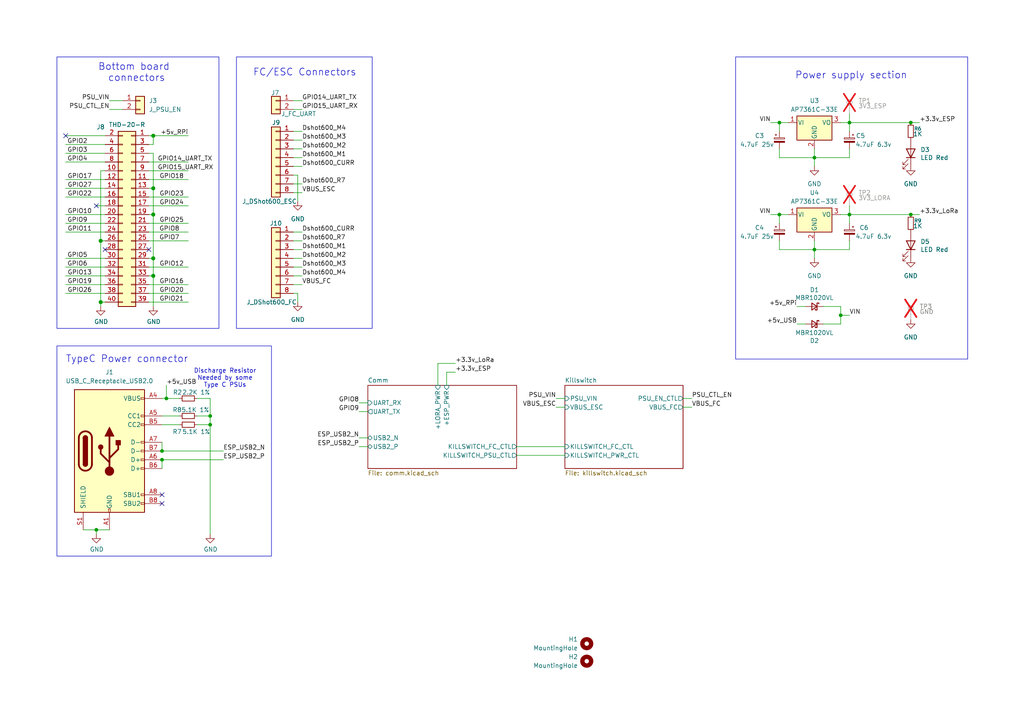
<source format=kicad_sch>
(kicad_sch (version 20250114) (generator "eeschema") (generator_version "9.0")
  (paper "A4")
  (lib_symbols
    (symbol "Connector:TestPoint" (pin_numbers (hide yes)) (pin_names (offset 0.762) (hide yes))
      (property "Reference" "TP" (at 0 6.858 0))
      (property "Value" "TestPoint" (at 0 5.08 0))
      (symbol "TestPoint_0_1"
        (circle (center 0 3.302) (radius 0.762))
      )
      (symbol "TestPoint_1_1"
        (pin passive line (at 0 0 90) (length 2.54) (name "1") (number "1"))
      )
    )
    (symbol "Connector:USB_C_Receptacle_USB2.0_16P" (pin_names (offset 1.016))
      (property "Reference" "J" (at 0 22.225 0))
      (property "Value" "USB_C_Receptacle_USB2.0_16P" (at 0 19.685 0))
      (symbol "USB_C_Receptacle_USB2.0_16P_0_0"
        (rectangle (start -0.254 -17.78) (end 0.254 -16.764))
        (rectangle (start 10.16 15.494) (end 9.144 14.986))
        (rectangle (start 10.16 10.414) (end 9.144 9.906))
        (rectangle (start 10.16 7.874) (end 9.144 7.366))
        (rectangle (start 10.16 2.794) (end 9.144 2.286))
        (rectangle (start 10.16 0.254) (end 9.144 -0.254))
        (rectangle (start 10.16 -2.286) (end 9.144 -2.794))
        (rectangle (start 10.16 -4.826) (end 9.144 -5.334))
        (rectangle (start 10.16 -12.446) (end 9.144 -12.954))
        (rectangle (start 10.16 -14.986) (end 9.144 -15.494))
      )
      (symbol "USB_C_Receptacle_USB2.0_16P_0_1"
        (rectangle (start -10.16 17.78) (end 10.16 -17.78) (stroke (width 0.254)) (fill (type background)))
        (polyline (pts (xy -8.89 -3.81) (xy -8.89 3.81)) (stroke (width 0.508)))
        (rectangle (start -7.62 -3.81) (end -6.35 3.81) (stroke (width 0.254)) (fill (type outline)))
        (arc (start -7.62 3.81) (mid -6.985 4.4423) (end -6.35 3.81) (stroke (width 0.254)))
        (arc (start -7.62 3.81) (mid -6.985 4.4423) (end -6.35 3.81) (stroke (width 0.254)) (fill (type outline)))
        (arc (start -8.89 3.81) (mid -6.985 5.7067) (end -5.08 3.81) (stroke (width 0.508)))
        (arc (start -5.08 -3.81) (mid -6.985 -5.7067) (end -8.89 -3.81) (stroke (width 0.508)))
        (arc (start -6.35 -3.81) (mid -6.985 -4.4423) (end -7.62 -3.81) (stroke (width 0.254)))
        (arc (start -6.35 -3.81) (mid -6.985 -4.4423) (end -7.62 -3.81) (stroke (width 0.254)) (fill (type outline)))
        (polyline (pts (xy -5.08 3.81) (xy -5.08 -3.81)) (stroke (width 0.508)))
        (circle (center -2.54 1.143) (radius 0.635) (stroke (width 0.254)) (fill (type outline)))
        (polyline (pts (xy -1.27 4.318) (xy 0 6.858) (xy 1.27 4.318) (xy -1.27 4.318)) (stroke (width 0.254)) (fill (type outline)))
        (polyline (pts (xy 0 -2.032) (xy 2.54 0.508) (xy 2.54 1.778)) (stroke (width 0.508)))
        (polyline (pts (xy 0 -3.302) (xy -2.54 -0.762) (xy -2.54 0.508)) (stroke (width 0.508)))
        (polyline (pts (xy 0 -5.842) (xy 0 4.318)) (stroke (width 0.508)))
        (circle (center 0 -5.842) (radius 1.27) (fill (type outline)))
        (rectangle (start 1.905 1.778) (end 3.175 3.048) (stroke (width 0.254)) (fill (type outline)))
      )
      (symbol "USB_C_Receptacle_USB2.0_16P_1_1"
        (pin passive line (at -7.62 -22.86 90) (length 5.08) (name "SHIELD") (number "S1"))
        (pin passive line (at 0 -22.86 90) (length 5.08) (name "GND") (number "A1"))
        (pin passive line (at 0 -22.86 90) (length 5.08) (hide yes) (name "GND") (number "A12"))
        (pin passive line (at 0 -22.86 90) (length 5.08) (hide yes) (name "GND") (number "B1"))
        (pin passive line (at 0 -22.86 90) (length 5.08) (hide yes) (name "GND") (number "B12"))
        (pin passive line (at 15.24 15.24 180) (length 5.08) (name "VBUS") (number "A4"))
        (pin passive line (at 15.24 15.24 180) (length 5.08) (hide yes) (name "VBUS") (number "A9"))
        (pin passive line (at 15.24 15.24 180) (length 5.08) (hide yes) (name "VBUS") (number "B4"))
        (pin passive line (at 15.24 15.24 180) (length 5.08) (hide yes) (name "VBUS") (number "B9"))
        (pin bidirectional line (at 15.24 10.16 180) (length 5.08) (name "CC1") (number "A5"))
        (pin bidirectional line (at 15.24 7.62 180) (length 5.08) (name "CC2") (number "B5"))
        (pin bidirectional line (at 15.24 2.54 180) (length 5.08) (name "D-") (number "A7"))
        (pin bidirectional line (at 15.24 0 180) (length 5.08) (name "D-") (number "B7"))
        (pin bidirectional line (at 15.24 -2.54 180) (length 5.08) (name "D+") (number "A6"))
        (pin bidirectional line (at 15.24 -5.08 180) (length 5.08) (name "D+") (number "B6"))
        (pin bidirectional line (at 15.24 -12.7 180) (length 5.08) (name "SBU1") (number "A8"))
        (pin bidirectional line (at 15.24 -15.24 180) (length 5.08) (name "SBU2") (number "B8"))
      )
    )
    (symbol "Connector_Generic:Conn_01x02" (pin_names (offset 1.016) (hide yes))
      (property "Reference" "J" (at 0 2.54 0))
      (property "Value" "Conn_01x02" (at 0 -5.08 0))
      (symbol "Conn_01x02_1_1"
        (rectangle (start -1.27 1.27) (end 1.27 -3.81) (stroke (width 0.254)) (fill (type background)))
        (rectangle (start -1.27 0.127) (end 0 -0.127) (stroke (width 0.1524)))
        (rectangle (start -1.27 -2.413) (end 0 -2.667) (stroke (width 0.1524)))
        (pin passive line (at -5.08 0 0) (length 3.81) (name "Pin_1") (number "1"))
        (pin passive line (at -5.08 -2.54 0) (length 3.81) (name "Pin_2") (number "2"))
      )
    )
    (symbol "Connector_Generic:Conn_01x08" (pin_names (offset 1.016) (hide yes))
      (property "Reference" "J" (at 0 10.16 0))
      (property "Value" "Conn_01x08" (at 0 -12.7 0))
      (symbol "Conn_01x08_1_1"
        (rectangle (start -1.27 8.89) (end 1.27 -11.43) (stroke (width 0.254)) (fill (type background)))
        (rectangle (start -1.27 7.747) (end 0 7.493) (stroke (width 0.1524)))
        (rectangle (start -1.27 5.207) (end 0 4.953) (stroke (width 0.1524)))
        (rectangle (start -1.27 2.667) (end 0 2.413) (stroke (width 0.1524)))
        (rectangle (start -1.27 0.127) (end 0 -0.127) (stroke (width 0.1524)))
        (rectangle (start -1.27 -2.413) (end 0 -2.667) (stroke (width 0.1524)))
        (rectangle (start -1.27 -4.953) (end 0 -5.207) (stroke (width 0.1524)))
        (rectangle (start -1.27 -7.493) (end 0 -7.747) (stroke (width 0.1524)))
        (rectangle (start -1.27 -10.033) (end 0 -10.287) (stroke (width 0.1524)))
        (pin passive line (at -5.08 7.62 0) (length 3.81) (name "Pin_1") (number "1"))
        (pin passive line (at -5.08 5.08 0) (length 3.81) (name "Pin_2") (number "2"))
        (pin passive line (at -5.08 2.54 0) (length 3.81) (name "Pin_3") (number "3"))
        (pin passive line (at -5.08 0 0) (length 3.81) (name "Pin_4") (number "4"))
        (pin passive line (at -5.08 -2.54 0) (length 3.81) (name "Pin_5") (number "5"))
        (pin passive line (at -5.08 -5.08 0) (length 3.81) (name "Pin_6") (number "6"))
        (pin passive line (at -5.08 -7.62 0) (length 3.81) (name "Pin_7") (number "7"))
        (pin passive line (at -5.08 -10.16 0) (length 3.81) (name "Pin_8") (number "8"))
      )
    )
    (symbol "Connector_Generic:Conn_02x20_Odd_Even" (pin_names (offset 1.016) (hide yes))
      (property "Reference" "J" (at 1.27 25.4 0))
      (property "Value" "Conn_02x20_Odd_Even" (at 1.27 -27.94 0))
      (symbol "Conn_02x20_Odd_Even_1_1"
        (rectangle (start -1.27 24.13) (end 3.81 -26.67) (stroke (width 0.254)) (fill (type background)))
        (rectangle (start -1.27 22.987) (end 0 22.733) (stroke (width 0.1524)))
        (rectangle (start -1.27 20.447) (end 0 20.193) (stroke (width 0.1524)))
        (rectangle (start -1.27 17.907) (end 0 17.653) (stroke (width 0.1524)))
        (rectangle (start -1.27 15.367) (end 0 15.113) (stroke (width 0.1524)))
        (rectangle (start -1.27 12.827) (end 0 12.573) (stroke (width 0.1524)))
        (rectangle (start -1.27 10.287) (end 0 10.033) (stroke (width 0.1524)))
        (rectangle (start -1.27 7.747) (end 0 7.493) (stroke (width 0.1524)))
        (rectangle (start -1.27 5.207) (end 0 4.953) (stroke (width 0.1524)))
        (rectangle (start -1.27 2.667) (end 0 2.413) (stroke (width 0.1524)))
        (rectangle (start -1.27 0.127) (end 0 -0.127) (stroke (width 0.1524)))
        (rectangle (start -1.27 -2.413) (end 0 -2.667) (stroke (width 0.1524)))
        (rectangle (start -1.27 -4.953) (end 0 -5.207) (stroke (width 0.1524)))
        (rectangle (start -1.27 -7.493) (end 0 -7.747) (stroke (width 0.1524)))
        (rectangle (start -1.27 -10.033) (end 0 -10.287) (stroke (width 0.1524)))
        (rectangle (start -1.27 -12.573) (end 0 -12.827) (stroke (width 0.1524)))
        (rectangle (start -1.27 -15.113) (end 0 -15.367) (stroke (width 0.1524)))
        (rectangle (start -1.27 -17.653) (end 0 -17.907) (stroke (width 0.1524)))
        (rectangle (start -1.27 -20.193) (end 0 -20.447) (stroke (width 0.1524)))
        (rectangle (start -1.27 -22.733) (end 0 -22.987) (stroke (width 0.1524)))
        (rectangle (start -1.27 -25.273) (end 0 -25.527) (stroke (width 0.1524)))
        (rectangle (start 3.81 22.987) (end 2.54 22.733) (stroke (width 0.1524)))
        (rectangle (start 3.81 20.447) (end 2.54 20.193) (stroke (width 0.1524)))
        (rectangle (start 3.81 17.907) (end 2.54 17.653) (stroke (width 0.1524)))
        (rectangle (start 3.81 15.367) (end 2.54 15.113) (stroke (width 0.1524)))
        (rectangle (start 3.81 12.827) (end 2.54 12.573) (stroke (width 0.1524)))
        (rectangle (start 3.81 10.287) (end 2.54 10.033) (stroke (width 0.1524)))
        (rectangle (start 3.81 7.747) (end 2.54 7.493) (stroke (width 0.1524)))
        (rectangle (start 3.81 5.207) (end 2.54 4.953) (stroke (width 0.1524)))
        (rectangle (start 3.81 2.667) (end 2.54 2.413) (stroke (width 0.1524)))
        (rectangle (start 3.81 0.127) (end 2.54 -0.127) (stroke (width 0.1524)))
        (rectangle (start 3.81 -2.413) (end 2.54 -2.667) (stroke (width 0.1524)))
        (rectangle (start 3.81 -4.953) (end 2.54 -5.207) (stroke (width 0.1524)))
        (rectangle (start 3.81 -7.493) (end 2.54 -7.747) (stroke (width 0.1524)))
        (rectangle (start 3.81 -10.033) (end 2.54 -10.287) (stroke (width 0.1524)))
        (rectangle (start 3.81 -12.573) (end 2.54 -12.827) (stroke (width 0.1524)))
        (rectangle (start 3.81 -15.113) (end 2.54 -15.367) (stroke (width 0.1524)))
        (rectangle (start 3.81 -17.653) (end 2.54 -17.907) (stroke (width 0.1524)))
        (rectangle (start 3.81 -20.193) (end 2.54 -20.447) (stroke (width 0.1524)))
        (rectangle (start 3.81 -22.733) (end 2.54 -22.987) (stroke (width 0.1524)))
        (rectangle (start 3.81 -25.273) (end 2.54 -25.527) (stroke (width 0.1524)))
        (pin passive line (at -5.08 22.86 0) (length 3.81) (name "Pin_1") (number "1"))
        (pin passive line (at -5.08 20.32 0) (length 3.81) (name "Pin_3") (number "3"))
        (pin passive line (at -5.08 17.78 0) (length 3.81) (name "Pin_5") (number "5"))
        (pin passive line (at -5.08 15.24 0) (length 3.81) (name "Pin_7") (number "7"))
        (pin passive line (at -5.08 12.7 0) (length 3.81) (name "Pin_9") (number "9"))
        (pin passive line (at -5.08 10.16 0) (length 3.81) (name "Pin_11") (number "11"))
        (pin passive line (at -5.08 7.62 0) (length 3.81) (name "Pin_13") (number "13"))
        (pin passive line (at -5.08 5.08 0) (length 3.81) (name "Pin_15") (number "15"))
        (pin passive line (at -5.08 2.54 0) (length 3.81) (name "Pin_17") (number "17"))
        (pin passive line (at -5.08 0 0) (length 3.81) (name "Pin_19") (number "19"))
        (pin passive line (at -5.08 -2.54 0) (length 3.81) (name "Pin_21") (number "21"))
        (pin passive line (at -5.08 -5.08 0) (length 3.81) (name "Pin_23") (number "23"))
        (pin passive line (at -5.08 -7.62 0) (length 3.81) (name "Pin_25") (number "25"))
        (pin passive line (at -5.08 -10.16 0) (length 3.81) (name "Pin_27") (number "27"))
        (pin passive line (at -5.08 -12.7 0) (length 3.81) (name "Pin_29") (number "29"))
        (pin passive line (at -5.08 -15.24 0) (length 3.81) (name "Pin_31") (number "31"))
        (pin passive line (at -5.08 -17.78 0) (length 3.81) (name "Pin_33") (number "33"))
        (pin passive line (at -5.08 -20.32 0) (length 3.81) (name "Pin_35") (number "35"))
        (pin passive line (at -5.08 -22.86 0) (length 3.81) (name "Pin_37") (number "37"))
        (pin passive line (at -5.08 -25.4 0) (length 3.81) (name "Pin_39") (number "39"))
        (pin passive line (at 7.62 22.86 180) (length 3.81) (name "Pin_2") (number "2"))
        (pin passive line (at 7.62 20.32 180) (length 3.81) (name "Pin_4") (number "4"))
        (pin passive line (at 7.62 17.78 180) (length 3.81) (name "Pin_6") (number "6"))
        (pin passive line (at 7.62 15.24 180) (length 3.81) (name "Pin_8") (number "8"))
        (pin passive line (at 7.62 12.7 180) (length 3.81) (name "Pin_10") (number "10"))
        (pin passive line (at 7.62 10.16 180) (length 3.81) (name "Pin_12") (number "12"))
        (pin passive line (at 7.62 7.62 180) (length 3.81) (name "Pin_14") (number "14"))
        (pin passive line (at 7.62 5.08 180) (length 3.81) (name "Pin_16") (number "16"))
        (pin passive line (at 7.62 2.54 180) (length 3.81) (name "Pin_18") (number "18"))
        (pin passive line (at 7.62 0 180) (length 3.81) (name "Pin_20") (number "20"))
        (pin passive line (at 7.62 -2.54 180) (length 3.81) (name "Pin_22") (number "22"))
        (pin passive line (at 7.62 -5.08 180) (length 3.81) (name "Pin_24") (number "24"))
        (pin passive line (at 7.62 -7.62 180) (length 3.81) (name "Pin_26") (number "26"))
        (pin passive line (at 7.62 -10.16 180) (length 3.81) (name "Pin_28") (number "28"))
        (pin passive line (at 7.62 -12.7 180) (length 3.81) (name "Pin_30") (number "30"))
        (pin passive line (at 7.62 -15.24 180) (length 3.81) (name "Pin_32") (number "32"))
        (pin passive line (at 7.62 -17.78 180) (length 3.81) (name "Pin_34") (number "34"))
        (pin passive line (at 7.62 -20.32 180) (length 3.81) (name "Pin_36") (number "36"))
        (pin passive line (at 7.62 -22.86 180) (length 3.81) (name "Pin_38") (number "38"))
        (pin passive line (at 7.62 -25.4 180) (length 3.81) (name "Pin_40") (number "40"))
      )
    )
    (symbol "Device:C_Polarized_Small" (pin_numbers (hide yes)) (pin_names (offset 0.254) (hide yes))
      (property "Reference" "C" (at 0.254 1.778 0))
      (property "Value" "C_Polarized_Small" (at 0.254 -2.032 0))
      (symbol "C_Polarized_Small_0_1"
        (rectangle (start -1.524 0.6858) (end 1.524 0.3048))
        (rectangle (start -1.524 -0.3048) (end 1.524 -0.6858) (fill (type outline)))
        (polyline (pts (xy -1.27 1.524) (xy -0.762 1.524)))
        (polyline (pts (xy -1.016 1.27) (xy -1.016 1.778)))
      )
      (symbol "C_Polarized_Small_1_1"
        (pin passive line (at 0 2.54 270) (length 1.8542) (name "~") (number "1"))
        (pin passive line (at 0 -2.54 90) (length 1.8542) (name "~") (number "2"))
      )
    )
    (symbol "Device:D_Schottky_Small" (pin_numbers (hide yes)) (pin_names (offset 0.254) (hide yes))
      (property "Reference" "D" (at -1.27 2.032 0))
      (property "Value" "D_Schottky_Small" (at -7.112 -2.032 0))
      (symbol "D_Schottky_Small_0_1"
        (polyline (pts (xy -1.27 0.762) (xy -1.27 1.016) (xy -0.762 1.016) (xy -0.762 -1.016) (xy -0.254 -1.016) (xy -0.254 -0.762)) (stroke (width 0.254)))
        (polyline (pts (xy -0.762 0) (xy 0.762 0)))
        (polyline (pts (xy 0.762 -1.016) (xy -0.762 0) (xy 0.762 1.016) (xy 0.762 -1.016)) (stroke (width 0.254)))
      )
      (symbol "D_Schottky_Small_1_1"
        (pin passive line (at -2.54 0 0) (length 1.778) (name "K") (number "1"))
        (pin passive line (at 2.54 0 180) (length 1.778) (name "A") (number "2"))
      )
    )
    (symbol "Device:R_Small" (pin_numbers (hide yes)) (pin_names (offset 0.254) (hide yes))
      (property "Reference" "R" (at 0 0 90))
      (property "Value" "R_Small" (at 1.778 0 90))
      (symbol "R_Small_0_1"
        (rectangle (start -0.762 1.778) (end 0.762 -1.778) (stroke (width 0.2032)))
      )
      (symbol "R_Small_1_1"
        (pin passive line (at 0 2.54 270) (length 0.762) (name "~") (number "1"))
        (pin passive line (at 0 -2.54 90) (length 0.762) (name "~") (number "2"))
      )
    )
    (symbol "LED_1" (pin_numbers (hide yes)) (pin_names (offset 1.016) (hide yes))
      (property "Reference" "D" (at 0 2.54 0))
      (property "Value" "LED" (at 0 -2.54 0))
      (symbol "LED_1_0_1"
        (polyline (pts (xy -3.048 -0.762) (xy -4.572 -2.286) (xy -3.81 -2.286) (xy -4.572 -2.286) (xy -4.572 -1.524)))
        (polyline (pts (xy -1.778 -0.762) (xy -3.302 -2.286) (xy -2.54 -2.286) (xy -3.302 -2.286) (xy -3.302 -1.524)))
        (polyline (pts (xy -1.27 0) (xy 1.27 0)))
        (polyline (pts (xy -1.27 -1.27) (xy -1.27 1.27)) (stroke (width 0.254)))
        (polyline (pts (xy 1.27 -1.27) (xy 1.27 1.27) (xy -1.27 0) (xy 1.27 -1.27)) (stroke (width 0.254)))
      )
      (symbol "LED_1_1_1"
        (pin passive line (at -3.81 0 0) (length 2.54) (name "K") (number "1"))
        (pin passive line (at 3.81 0 180) (length 2.54) (name "A") (number "2"))
      )
    )
    (symbol "Mechanical:MountingHole" (pin_names (offset 1.016)) (in_bom no)
      (property "Reference" "H" (at 0 5.08 0))
      (property "Value" "MountingHole" (at 0 3.175 0))
      (symbol "MountingHole_0_1"
        (circle (center 0 0) (radius 1.27) (stroke (width 1.27)))
      )
    )
    (symbol "Regulator_Linear:AP7361C-33E" (pin_names (offset 0.254))
      (property "Reference" "U" (at -3.81 3.175 0))
      (property "Value" "AP7361C-33E" (at 0 3.175 0))
      (symbol "AP7361C-33E_0_1"
        (rectangle (start -5.08 -5.08) (end 5.08 1.905) (stroke (width 0.254)) (fill (type background)))
      )
      (symbol "AP7361C-33E_1_1"
        (pin power_in line (at -7.62 0 0) (length 2.54) (name "VI") (number "1"))
        (pin power_in line (at 0 -7.62 90) (length 2.54) (name "GND") (number "2"))
        (pin power_out line (at 7.62 0 180) (length 2.54) (name "VO") (number "3"))
      )
    )
    (symbol "power:GND" (power) (pin_numbers (hide yes)) (pin_names (offset 0) (hide yes))
      (property "Value" "GND" (at 0 -3.81 0))
      (symbol "GND_0_1"
        (polyline (pts (xy 0 0) (xy 0 -1.27) (xy 1.27 -1.27) (xy 0 -2.54) (xy -1.27 -1.27) (xy 0 -1.27)))
      )
      (symbol "GND_1_1"
        (pin power_in line (at 0 0 270) (length 0) (name "~") (number "1"))
      )
    )
  )
  (rectangle (start 16.51 16.51) (end 63.5 95.25))
  (rectangle (start 213.36 16.51) (end 280.67 104.14))
  (rectangle (start 16.51 100.33) (end 78.74 161.29))
  (rectangle (start 68.58 16.51) (end 107.95 95.25))
  (text "Discharge Resistor\nNeeded by some\nType C PSUs" (at 65.278 109.728 0) (effects (font (size 1.27 1.27))))
  (text "FC/ESC Connectors\n" (at 88.392 21.082 0) (effects (font (size 2.007 2.007))))
  (text "Power supply section" (at 246.888 23.114 0) (effects (font (size 2.007 2.007)) (justify bottom)))
  (text "TypeC Power connector" (at 19.05 105.41 0) (effects (font (size 2.007 2.007)) (justify left bottom)))
  (text "Bottom board \nconnectors\n" (at 39.624 23.876 0) (effects (font (size 2.007 2.007)) (justify bottom)))
  (junction (at 46.99 133.35))
  (junction (at 44.45 74.93) (diameter 1.016))
  (junction (at 246.38 62.23))
  (junction (at 264.16 35.56))
  (junction (at 60.96 120.65))
  (junction (at 48.26 115.57))
  (junction (at 27.94 153.67))
  (junction (at 44.45 80.01) (diameter 1.016))
  (junction (at 226.06 62.23))
  (junction (at 44.45 54.61) (diameter 1.016))
  (junction (at 29.21 87.63) (diameter 1.016))
  (junction (at 243.84 91.44))
  (junction (at 46.99 130.81))
  (junction (at 236.22 45.72))
  (junction (at 246.38 35.56))
  (junction (at 29.21 69.85) (diameter 1.016))
  (junction (at 44.45 62.23) (diameter 1.016))
  (junction (at 236.22 72.39))
  (junction (at 226.06 35.56))
  (junction (at 44.45 39.37) (diameter 1.016))
  (junction (at 60.96 123.19))
  (junction (at 264.16 62.23))
  (no_connect (at 46.99 143.51))
  (no_connect (at 46.99 146.05))
  (no_connect (at 27.94 59.69))
  (no_connect (at 19.05 39.37))
  (no_connect (at 30.48 72.39))
  (no_connect (at 43.18 72.39))
  (wire (pts (xy 46.99 115.57) (xy 48.26 115.57)))
  (wire (pts (xy 243.84 62.23) (xy 246.38 62.23)))
  (wire (pts (xy 19.05 77.47) (xy 30.48 77.47)))
  (wire (pts (xy 104.14 127) (xy 106.68 127)))
  (wire (pts (xy 246.38 35.56) (xy 264.16 35.56)))
  (wire (pts (xy 87.63 72.39) (xy 85.09 72.39)))
  (wire (pts (xy 104.14 119.38) (xy 106.68 119.38)))
  (wire (pts (xy 246.38 45.72) (xy 236.22 45.72)))
  (wire (pts (xy 57.15 115.57) (xy 60.96 115.57)))
  (wire (pts (xy 243.84 88.9) (xy 243.84 91.44)))
  (wire (pts (xy 161.29 115.57) (xy 163.83 115.57)))
  (wire (pts (xy 44.45 41.91) (xy 44.45 39.37)))
  (wire (pts (xy 19.05 62.23) (xy 30.48 62.23)))
  (wire (pts (xy 27.94 59.69) (xy 30.48 59.69)))
  (wire (pts (xy 43.18 39.37) (xy 44.45 39.37)))
  (wire (pts (xy 44.45 39.37) (xy 54.61 39.37)))
  (wire (pts (xy 228.6 62.23) (xy 226.06 62.23)))
  (wire (pts (xy 226.06 43.18) (xy 226.06 45.72)))
  (wire (pts (xy 198.12 118.11) (xy 200.66 118.11)))
  (wire (pts (xy 29.21 69.85) (xy 30.48 69.85)))
  (wire (pts (xy 85.09 48.26) (xy 87.63 48.26)))
  (wire (pts (xy 48.26 111.76) (xy 48.26 115.57)))
  (wire (pts (xy 19.05 52.07) (xy 30.48 52.07)))
  (wire (pts (xy 46.99 128.27) (xy 46.99 130.81)))
  (wire (pts (xy 60.96 123.19) (xy 60.96 154.94)))
  (wire (pts (xy 104.14 129.54) (xy 106.68 129.54)))
  (wire (pts (xy 19.05 41.91) (xy 30.48 41.91)))
  (wire (pts (xy 44.45 54.61) (xy 43.18 54.61)))
  (wire (pts (xy 57.15 120.65) (xy 60.96 120.65)))
  (wire (pts (xy 236.22 72.39) (xy 236.22 74.93)))
  (wire (pts (xy 87.63 82.55) (xy 85.09 82.55)))
  (wire (pts (xy 87.63 80.01) (xy 85.09 80.01)))
  (wire (pts (xy 87.63 69.85) (xy 85.09 69.85)))
  (wire (pts (xy 85.09 53.34) (xy 87.63 53.34)))
  (wire (pts (xy 85.09 55.88) (xy 87.63 55.88)))
  (wire (pts (xy 198.12 115.57) (xy 200.66 115.57)))
  (wire (pts (xy 86.36 85.09) (xy 86.36 87.63)))
  (wire (pts (xy 236.22 45.72) (xy 236.22 48.26)))
  (wire (pts (xy 87.63 67.31) (xy 85.09 67.31)))
  (wire (pts (xy 246.38 35.56) (xy 246.38 38.1)))
  (wire (pts (xy 44.45 54.61) (xy 44.45 62.23)))
  (wire (pts (xy 223.52 62.23) (xy 226.06 62.23)))
  (wire (pts (xy 246.38 72.39) (xy 236.22 72.39)))
  (wire (pts (xy 19.05 80.01) (xy 30.48 80.01)))
  (wire (pts (xy 43.18 67.31) (xy 54.61 67.31)))
  (wire (pts (xy 243.84 91.44) (xy 243.84 93.98)))
  (wire (pts (xy 43.18 77.47) (xy 54.61 77.47)))
  (wire (pts (xy 129.54 107.95) (xy 129.54 111.76)))
  (wire (pts (xy 226.06 45.72) (xy 236.22 45.72)))
  (wire (pts (xy 48.26 115.57) (xy 52.07 115.57)))
  (wire (pts (xy 43.18 57.15) (xy 54.61 57.15)))
  (wire (pts (xy 43.18 87.63) (xy 54.61 87.63)))
  (wire (pts (xy 86.36 50.8) (xy 86.36 58.42)))
  (wire (pts (xy 243.84 93.98) (xy 238.76 93.98)))
  (wire (pts (xy 24.13 153.67) (xy 27.94 153.67)))
  (wire (pts (xy 44.45 80.01) (xy 44.45 88.9)))
  (wire (pts (xy 149.86 132.08) (xy 163.83 132.08)))
  (wire (pts (xy 43.18 49.53) (xy 54.61 49.53)))
  (wire (pts (xy 43.18 64.77) (xy 54.61 64.77)))
  (wire (pts (xy 19.05 44.45) (xy 30.48 44.45)))
  (wire (pts (xy 27.94 153.67) (xy 31.75 153.67)))
  (wire (pts (xy 19.05 82.55) (xy 30.48 82.55)))
  (wire (pts (xy 44.45 80.01) (xy 44.45 74.93)))
  (wire (pts (xy 19.05 64.77) (xy 30.48 64.77)))
  (wire (pts (xy 60.96 120.65) (xy 60.96 123.19)))
  (wire (pts (xy 226.06 35.56) (xy 226.06 38.1)))
  (wire (pts (xy 43.18 52.07) (xy 54.61 52.07)))
  (wire (pts (xy 87.63 77.47) (xy 85.09 77.47)))
  (wire (pts (xy 85.09 43.18) (xy 87.63 43.18)))
  (wire (pts (xy 29.21 87.63) (xy 29.21 88.9)))
  (wire (pts (xy 44.45 62.23) (xy 43.18 62.23)))
  (wire (pts (xy 19.05 74.93) (xy 30.48 74.93)))
  (wire (pts (xy 231.14 93.98) (xy 233.68 93.98)))
  (wire (pts (xy 236.22 43.18) (xy 236.22 45.72)))
  (wire (pts (xy 46.99 133.35) (xy 46.99 135.89)))
  (wire (pts (xy 104.14 116.84) (xy 106.68 116.84)))
  (wire (pts (xy 43.18 82.55) (xy 54.61 82.55)))
  (wire (pts (xy 149.86 129.54) (xy 163.83 129.54)))
  (wire (pts (xy 127 105.41) (xy 127 111.76)))
  (wire (pts (xy 243.84 35.56) (xy 246.38 35.56)))
  (wire (pts (xy 86.36 85.09) (xy 85.09 85.09)))
  (wire (pts (xy 85.09 45.72) (xy 87.63 45.72)))
  (wire (pts (xy 46.99 123.19) (xy 52.07 123.19)))
  (wire (pts (xy 85.09 38.1) (xy 87.63 38.1)))
  (wire (pts (xy 46.99 120.65) (xy 52.07 120.65)))
  (wire (pts (xy 246.38 69.85) (xy 246.38 72.39)))
  (wire (pts (xy 246.38 33.02) (xy 246.38 35.56)))
  (wire (pts (xy 228.6 35.56) (xy 226.06 35.56)))
  (wire (pts (xy 60.96 123.19) (xy 57.15 123.19)))
  (wire (pts (xy 46.99 130.81) (xy 64.77 130.81)))
  (wire (pts (xy 243.84 91.44) (xy 246.38 91.44)))
  (wire (pts (xy 43.18 80.01) (xy 44.45 80.01)))
  (wire (pts (xy 161.29 118.11) (xy 163.83 118.11)))
  (wire (pts (xy 19.05 57.15) (xy 30.48 57.15)))
  (wire (pts (xy 132.08 107.95) (xy 129.54 107.95)))
  (wire (pts (xy 29.21 87.63) (xy 30.48 87.63)))
  (wire (pts (xy 43.18 41.91) (xy 44.45 41.91)))
  (wire (pts (xy 43.18 46.99) (xy 54.61 46.99)))
  (wire (pts (xy 44.45 44.45) (xy 44.45 54.61)))
  (wire (pts (xy 223.52 35.56) (xy 226.06 35.56)))
  (wire (pts (xy 246.38 59.69) (xy 246.38 62.23)))
  (wire (pts (xy 19.05 54.61) (xy 30.48 54.61)))
  (wire (pts (xy 29.21 69.85) (xy 29.21 87.63)))
  (wire (pts (xy 238.76 88.9) (xy 243.84 88.9)))
  (wire (pts (xy 87.63 29.21) (xy 85.09 29.21)))
  (wire (pts (xy 246.38 43.18) (xy 246.38 45.72)))
  (wire (pts (xy 231.14 88.9) (xy 233.68 88.9)))
  (wire (pts (xy 31.75 31.75) (xy 35.56 31.75)))
  (wire (pts (xy 60.96 115.57) (xy 60.96 120.65)))
  (wire (pts (xy 43.18 44.45) (xy 44.45 44.45)))
  (wire (pts (xy 19.05 85.09) (xy 30.48 85.09)))
  (wire (pts (xy 29.21 49.53) (xy 29.21 69.85)))
  (wire (pts (xy 264.16 62.23) (xy 266.7 62.23)))
  (wire (pts (xy 43.18 74.93) (xy 44.45 74.93)))
  (wire (pts (xy 19.05 39.37) (xy 30.48 39.37)))
  (wire (pts (xy 30.48 49.53) (xy 29.21 49.53)))
  (wire (pts (xy 44.45 74.93) (xy 44.45 62.23)))
  (wire (pts (xy 246.38 62.23) (xy 264.16 62.23)))
  (wire (pts (xy 264.16 35.56) (xy 266.7 35.56)))
  (wire (pts (xy 132.08 105.41) (xy 127 105.41)))
  (wire (pts (xy 226.06 72.39) (xy 236.22 72.39)))
  (wire (pts (xy 236.22 69.85) (xy 236.22 72.39)))
  (wire (pts (xy 87.63 74.93) (xy 85.09 74.93)))
  (wire (pts (xy 19.05 46.99) (xy 30.48 46.99)))
  (wire (pts (xy 226.06 62.23) (xy 226.06 64.77)))
  (wire (pts (xy 43.18 85.09) (xy 54.61 85.09)))
  (wire (pts (xy 43.18 69.85) (xy 54.61 69.85)))
  (wire (pts (xy 87.63 31.75) (xy 85.09 31.75)))
  (wire (pts (xy 43.18 59.69) (xy 54.61 59.69)))
  (wire (pts (xy 46.99 133.35) (xy 64.77 133.35)))
  (wire (pts (xy 246.38 62.23) (xy 246.38 64.77)))
  (wire (pts (xy 85.09 40.64) (xy 87.63 40.64)))
  (wire (pts (xy 85.09 50.8) (xy 86.36 50.8)))
  (wire (pts (xy 226.06 69.85) (xy 226.06 72.39)))
  (wire (pts (xy 31.75 29.21) (xy 35.56 29.21)))
  (wire (pts (xy 27.94 154.94) (xy 27.94 153.67)))
  (wire (pts (xy 19.05 67.31) (xy 30.48 67.31)))
  (label "PSU_VIN" (at 161.29 115.57 180))
  (label "GPIO14_UART_TX" (at 45.72 46.99 0))
  (label "ESP_USB2_N" (at 104.14 127 180))
  (label "Dshot600_M2" (at 87.63 43.18 0))
  (label "Dshot600_M2" (at 87.63 74.93 0))
  (label "+3.3v_ESP" (at 132.08 107.95 0))
  (label "GPIO10" (at 26.67 62.23 180))
  (label "GPIO9" (at 104.14 119.38 180))
  (label "GPIO8" (at 104.14 116.84 180))
  (label "Dshot600_CURR" (at 87.63 67.31 0))
  (label "GPIO7" (at 52.07 69.85 180))
  (label "GPIO11" (at 26.67 67.31 180))
  (label "GPIO24" (at 53.34 59.69 180))
  (label "VIN" (at 223.52 35.56 180))
  (label "VIN" (at 246.38 91.44 0))
  (label "GPIO13" (at 26.67 80.01 180))
  (label "GPIO27" (at 26.67 54.61 180))
  (label "PSU_VIN" (at 31.75 29.21 180))
  (label "ESP_USB2_P" (at 104.14 129.54 180))
  (label "GPIO2" (at 25.4 41.91 180))
  (label "+3.3v_ESP" (at 266.7 35.56 0))
  (label "GPIO16" (at 53.34 82.55 180))
  (label "Dshot600_M3" (at 87.63 77.47 0))
  (label "PSU_CTL_EN" (at 31.75 31.75 180))
  (label "+3.3v_LoRa" (at 266.7 62.23 0))
  (label "Dshot600_M1" (at 87.63 72.39 0))
  (label "GPIO26" (at 26.67 85.09 180))
  (label "GPIO15_UART_RX" (at 87.63 31.75 0))
  (label "VBUS_ESC" (at 161.29 118.11 180))
  (label "GPIO8" (at 52.07 67.31 180))
  (label "GPIO21" (at 53.34 87.63 180))
  (label "Dshot600_M3" (at 87.63 40.64 0))
  (label "GPIO15_UART_RX" (at 45.72 49.53 0))
  (label "Dshot600_R7" (at 87.63 69.85 0))
  (label "Dshot600_M1" (at 87.63 45.72 0))
  (label "VBUS_FC" (at 200.66 118.11 0))
  (label "GPIO4" (at 25.4 46.99 180))
  (label "VBUS_ESC" (at 87.63 55.88 0))
  (label "GPIO5" (at 25.4 74.93 180))
  (label "GPIO17" (at 26.67 52.07 180))
  (label "GPIO19" (at 26.67 82.55 180))
  (label "VBUS_FC" (at 87.63 82.55 0))
  (label "GPIO12" (at 53.34 77.47 180))
  (label "Dshot600_M4" (at 87.63 80.01 0))
  (label "GPIO22" (at 26.67 57.15 180))
  (label "PSU_CTL_EN" (at 200.66 115.57 0))
  (label "GPIO23" (at 53.34 57.15 180))
  (label "GPIO20" (at 53.34 85.09 180))
  (label "GPIO25" (at 53.34 64.77 180))
  (label "GPIO6" (at 25.4 77.47 180))
  (label "+5v_RPi" (at 54.61 39.37 180))
  (label "+5v_USB" (at 48.26 111.76 0))
  (label "VIN" (at 223.52 62.23 180))
  (label "GPIO14_UART_TX" (at 87.63 29.21 0))
  (label "Dshot600_R7" (at 87.63 53.34 0))
  (label "Dshot600_M4" (at 87.63 38.1 0))
  (label "ESP_USB2_N" (at 64.77 130.81 0))
  (label "GPIO3" (at 25.4 44.45 180))
  (label "ESP_USB2_P" (at 64.77 133.35 0))
  (label "GPIO18" (at 53.34 52.07 180))
  (label "+5v_USB" (at 231.14 93.98 180))
  (label "+3.3v_LoRa" (at 132.08 105.41 0))
  (label "+5v_RPi" (at 231.14 88.9 180))
  (label "GPIO9" (at 25.4 64.77 180))
  (label "Dshot600_CURR" (at 87.63 48.26 0))
  (symbol (lib_id "Connector_Generic:Conn_02x20_Odd_Even") (at 38.1 62.23 0) (mirror y) (unit 1)
    (property "Reference" "J8" (at 29.21 36.83 0))
    (property "Value" "THD-20-R" (at 36.83 36.1696 0))
    (property "Footprint" "Connector_PinHeader_2.54mm:PinHeader_2x20_P2.54mm_Vertical" (effects (hide yes)))
    (property "Datasheet" "https://www.toby.co.uk/uploads/publications/1673.pdf" (effects (hide yes)))
    (property "Field4" "Toby" (effects (hide yes)))
    (property "Field5" "THD-20-R" (effects (hide yes)))
    (property "Field6" "THD-20-R" (effects (hide yes)))
    (property "Field7" "Toby" (effects (hide yes)))
    (property "Field8" "UCON00511" (effects (hide yes)))
    (property "Part Description" "PinHeader_2x20_P2.54mm_Vertical" (effects (hide yes)))
  )
  (symbol (lib_id "power:GND") (at 44.45 88.9 0) (unit 1)
    (property "Reference" "#PWR0102" (effects (hide yes)))
    (property "Value" "GND" (at 44.577 93.2942 0))
    (property "Description" "Power symbol creates a global label with name \"GND\" , ground" (effects (hide yes)))
  )
  (symbol (lib_id "power:GND") (at 29.21 88.9 0) (unit 1)
    (property "Reference" "#PWR0103" (effects (hide yes)))
    (property "Value" "GND" (at 29.337 93.2942 0))
    (property "Description" "Power symbol creates a global label with name \"GND\" , ground" (effects (hide yes)))
  )
  (symbol (lib_name "LED_1") (lib_id "Device:LED") (at 264.16 71.12 270) (mirror x) (unit 1)
    (property "Reference" "D5" (at 266.954 70.0786 90) (effects (justify left)))
    (property "Value" "LED Red" (at 266.954 72.39 90) (effects (justify left)))
    (property "Footprint" "LED_SMD:LED_0603_1608Metric" (effects (hide yes)))
    (property "Datasheet" "http://optoelectronics.liteon.com/upload/download/DS22-2000-210/LTST-S270KRKT.pdf" (effects (hide yes)))
    (property "Field4" "Digikey " (effects (hide yes)))
    (property "Field5" "	LTST-S270KRKT" (effects (hide yes)))
    (property "Field6" "SML-A12U8TT86Q" (effects (hide yes)))
    (property "Field7" "Rohm" (effects (hide yes)))
    (property "Field8" "650295101" (effects (hide yes)))
    (property "Part Description" "	Red 620nm LED Indication - Discrete 2.2V 2-SMD, No Lead" (effects (hide yes)))
  )
  (symbol (lib_id "power:GND") (at 86.36 58.42 0) (unit 1)
    (property "Reference" "#PWR07" (effects (hide yes)))
    (property "Value" "GND" (at 86.36 63.5 0))
  )
  (symbol (lib_id "Connector_Generic:Conn_01x08") (at 80.01 74.93 0) (mirror y) (unit 1)
    (property "Reference" "J10" (at 80.01 64.77 0))
    (property "Value" "J_DShot600_FC" (at 86.106 87.63 0) (effects (justify left)))
    (property "Footprint" "Connector_Molex:Molex_PicoBlade_53048-0810_1x08_P1.25mm_Horizontal" (effects (hide yes)))
    (property "Description" "Generic connector, single row, 01x08, script generated (kicad-library-utils/schlib/autogen/connector/)" (effects (hide yes)))
    (property "Field4" "Farnell" (effects (hide yes)))
    (property "Field5" "9733094 " (effects (hide yes)))
    (property "Field6" "53048-0810" (effects (hide yes)))
    (property "Field7" "Molex" (effects (hide yes)))
    (property "Part Description" "Pin Header, Right Angle, Signal, 1.25 mm, 1 Rows, 8 Contacts, Through Hole Right Angle" (effects (hide yes)))
  )
  (symbol (lib_id "power:GND") (at 264.16 48.26 0) (unit 1)
    (property "Reference" "#PWR04" (effects (hide yes)))
    (property "Value" "GND" (at 264.16 53.34 0))
    (property "Description" "Power symbol creates a global label with name \"GND\" , ground" (effects (hide yes)))
  )
  (symbol (lib_id "Connector:TestPoint") (at 246.38 33.02 0) (unit 1) (in_bom no) (dnp yes)
    (property "Reference" "TP1" (at 248.92 29.21 0) (effects (justify left)))
    (property "Value" "3V3_ESP" (at 248.92 30.734 0) (effects (justify left)))
    (property "Footprint" "TestPoint:TestPoint_Pad_2.0x2.0mm" (effects (hide yes)))
    (property "Field4" "nf" (effects (hide yes)))
    (property "Field5" "nf" (effects (hide yes)))
    (property "Field6" "nf" (effects (hide yes)))
    (property "Field7" "nf" (effects (hide yes)))
    (property "Part Description" "Test point" (effects (hide yes)))
  )
  (symbol (lib_id "power:GND") (at 236.22 48.26 0) (unit 1)
    (property "Reference" "#PWR0106" (effects (hide yes)))
    (property "Value" "GND" (at 236.22 53.34 0))
    (property "Description" "Power symbol creates a global label with name \"GND\" , ground" (effects (hide yes)))
  )
  (symbol (lib_id "Device:D_Schottky_Small") (at 236.22 88.9 0) (mirror y) (unit 1)
    (property "Reference" "D1" (at 236.22 84.074 0))
    (property "Value" "MBR1020VL" (at 236.22 86.36 0))
    (property "Footprint" "Diode_SMD:D_SOD-123F" (effects (hide yes)))
    (property "Description" "Diode: Schottky rectifying; SOD123F; SMD; 20V; 1A; Dropout < 340mV" (effects (hide yes)))
    (property "Field6" "MBR1020VL_R1_00001" (effects (hide yes)))
    (property "Field7" "PanJit Semiconductor" (effects (hide yes)))
  )
  (symbol (lib_id "Device:R_Small") (at 264.16 64.77 0) (unit 1)
    (property "Reference" "R9" (at 266.192 64.008 0) (effects (font (size 1.016 1.016))))
    (property "Value" "1K" (at 266.192 65.532 0))
    (property "Footprint" "Resistor_SMD:R_0805_2012Metric_Pad1.20x1.40mm_HandSolder" (effects (hide yes)))
    (property "Description" "Resistor, small symbol" (effects (hide yes)))
  )
  (symbol (lib_id "power:GND") (at 86.36 87.63 0) (mirror y) (unit 1)
    (property "Reference" "#PWR06" (effects (hide yes)))
    (property "Value" "GND" (at 86.36 92.71 0))
  )
  (symbol (lib_id "Connector:TestPoint") (at 246.38 59.69 0) (unit 1) (in_bom no) (dnp yes)
    (property "Reference" "TP2" (at 248.92 55.88 0) (effects (justify left)))
    (property "Value" "3V3_LORA" (at 248.92 57.404 0) (effects (justify left)))
    (property "Footprint" "TestPoint:TestPoint_Pad_2.0x2.0mm" (effects (hide yes)))
    (property "Field4" "nf" (effects (hide yes)))
    (property "Field5" "nf" (effects (hide yes)))
    (property "Field6" "nf" (effects (hide yes)))
    (property "Field7" "nf" (effects (hide yes)))
    (property "Part Description" "Test point" (effects (hide yes)))
  )
  (symbol (lib_id "Connector_Generic:Conn_01x02") (at 40.64 29.21 0) (unit 1)
    (property "Reference" "J3" (at 43.18 29.2099 0) (effects (justify left)))
    (property "Value" "J_PSU_EN" (at 43.18 31.7499 0) (effects (justify left)))
    (property "Footprint" "Connector_PinHeader_2.54mm:PinHeader_1x02_P2.54mm_Vertical_SMD_Pin1Left" (effects (hide yes)))
    (property "Description" "Generic connector, single row, 01x02, script generated (kicad-library-utils/schlib/autogen/connector/)" (effects (hide yes)))
  )
  (symbol (lib_id "power:GND") (at 27.94 154.94 0) (unit 1)
    (property "Reference" "#PWR0101" (effects (hide yes)))
    (property "Value" "GND" (at 28.067 159.3342 0))
    (property "Description" "Power symbol creates a global label with name \"GND\" , ground" (effects (hide yes)))
  )
  (symbol (lib_id "Connector_Generic:Conn_01x08") (at 80.01 45.72 0) (mirror y) (unit 1)
    (property "Reference" "J9" (at 81.28 35.56 0) (effects (justify left)))
    (property "Value" "J_DShot600_ESC" (at 86.106 58.42 0) (effects (justify left)))
    (property "Footprint" "Connector_Molex:Molex_PicoBlade_53048-0810_1x08_P1.25mm_Horizontal" (effects (hide yes)))
    (property "Description" "Generic connector, single row, 01x08, script generated (kicad-library-utils/schlib/autogen/connector/)" (effects (hide yes)))
    (property "Field4" "Farnell" (effects (hide yes)))
    (property "Field5" "9733094 " (effects (hide yes)))
    (property "Field6" "53048-0810" (effects (hide yes)))
    (property "Field7" "Molex" (effects (hide yes)))
    (property "Part Description" "Pin Header, Right Angle, Signal, 1.25 mm, 1 Rows, 8 Contacts, Through Hole Right Angle" (effects (hide yes)))
  )
  (symbol (lib_id "Device:R_Small") (at 54.61 123.19 270) (mirror x) (unit 1)
    (property "Reference" "R7" (at 50.038 125.222 90) (effects (justify left)))
    (property "Value" "5.1K 1%" (at 52.832 125.222 90) (effects (justify left)))
    (property "Footprint" "Resistor_SMD:R_0805_2012Metric_Pad1.20x1.40mm_HandSolder" (effects (hide yes)))
    (property "Description" "Resistor, small symbol" (effects (hide yes)))
    (property "Part Description" "Resistor 5.1K 1% 63mW" (effects (hide yes)))
  )
  (symbol (lib_id "Connector:USB_C_Receptacle_USB2.0_16P") (at 31.75 130.81 0) (unit 1)
    (property "Reference" "J1" (at 31.75 107.95 0))
    (property "Value" "USB_C_Receptacle_USB2.0" (at 31.75 110.49 0))
    (property "Footprint" "Connector_USB:USB_C_Receptacle_GCT_USB4105-xx-A_16P_TopMnt_Horizontal" (effects (hide yes)))
    (property "Datasheet" "https://www.usb.org/sites/default/files/documents/usb_type-c.zip" (effects (hide yes)))
    (property "Field5" "USBF31-0171" (effects (hide yes)))
    (property "Field6" "USBF31-0171" (effects (hide yes)))
    (property "Field7" "MTCONN" (effects (hide yes)))
    (property "Part Description" "USBC USB2 data and power connector" (effects (hide yes)))
  )
  (symbol (lib_id "Mechanical:MountingHole") (at 170.18 186.69 0) (mirror y) (unit 1) (in_bom no)
    (property "Reference" "H1" (at 167.64 185.4199 0) (effects (justify left)))
    (property "Value" "MountingHole" (at 167.64 187.9599 0) (effects (justify left)))
    (property "Footprint" "MountingHole:MountingHole_2.7mm_M2.5_DIN965" (effects (hide yes)))
    (property "Description" "Mounting Hole without connection" (effects (hide yes)))
  )
  (symbol (lib_id "Mechanical:MountingHole") (at 170.18 191.77 0) (mirror y) (unit 1) (in_bom no)
    (property "Reference" "H2" (at 167.64 190.4999 0) (effects (justify left)))
    (property "Value" "MountingHole" (at 167.64 193.0399 0) (effects (justify left)))
    (property "Footprint" "MountingHole:MountingHole_2.7mm_M2.5_DIN965" (effects (hide yes)))
    (property "Description" "Mounting Hole without connection" (effects (hide yes)))
  )
  (symbol (lib_id "Device:R_Small") (at 264.16 38.1 0) (unit 1)
    (property "Reference" "R6" (at 266.192 37.338 0) (effects (font (size 1.016 1.016))))
    (property "Value" "1K" (at 266.192 38.862 0))
    (property "Footprint" "Resistor_SMD:R_0805_2012Metric_Pad1.20x1.40mm_HandSolder" (effects (hide yes)))
    (property "Description" "Resistor, small symbol" (effects (hide yes)))
  )
  (symbol (lib_id "Device:D_Schottky_Small") (at 236.22 93.98 0) (mirror y) (unit 1)
    (property "Reference" "D2" (at 236.22 98.806 0))
    (property "Value" "MBR1020VL" (at 236.22 96.52 0))
    (property "Footprint" "Diode_SMD:D_SOD-123F" (effects (hide yes)))
    (property "Description" "Diode: Schottky rectifying; SOD123F; SMD; 20V; 1A; Dropout < 340mV" (effects (hide yes)))
    (property "Field6" "MBR1020VL_R1_00001" (effects (hide yes)))
    (property "Field7" "PanJit Semiconductor" (effects (hide yes)))
  )
  (symbol (lib_id "Device:C_Polarized_Small") (at 226.06 67.31 0) (unit 1)
    (property "Reference" "C4" (at 218.948 66.04 0) (effects (justify left)))
    (property "Value" "4.7uF 25v" (at 214.63 68.58 0) (effects (justify left)))
    (property "Footprint" "Capacitor_Tantalum_SMD:CP_EIA-3528-21_Kemet-B_HandSolder" (effects (hide yes)))
    (property "Description" "Tantalum, Kemet-B" (effects (hide yes)))
  )
  (symbol (lib_name "LED_1") (lib_id "Device:LED") (at 264.16 44.45 270) (mirror x) (unit 1)
    (property "Reference" "D3" (at 266.954 43.4086 90) (effects (justify left)))
    (property "Value" "LED Red" (at 266.954 45.72 90) (effects (justify left)))
    (property "Footprint" "LED_SMD:LED_0603_1608Metric" (effects (hide yes)))
    (property "Datasheet" "http://optoelectronics.liteon.com/upload/download/DS22-2000-210/LTST-S270KRKT.pdf" (effects (hide yes)))
    (property "Field4" "Digikey " (effects (hide yes)))
    (property "Field5" "	LTST-S270KRKT" (effects (hide yes)))
    (property "Field6" "SML-A12U8TT86Q" (effects (hide yes)))
    (property "Field7" "Rohm" (effects (hide yes)))
    (property "Field8" "650295101" (effects (hide yes)))
    (property "Part Description" "	Red 620nm LED Indication - Discrete 2.2V 2-SMD, No Lead" (effects (hide yes)))
  )
  (symbol (lib_id "Regulator_Linear:AP7361C-33E") (at 236.22 62.23 0) (unit 1)
    (property "Reference" "U4" (at 236.22 55.88 0))
    (property "Value" "AP7361C-33E" (at 236.22 58.42 0))
    (property "Footprint" "Package_TO_SOT_SMD:SOT-223-3_TabPin2" (effects (hide yes)))
    (property "Datasheet" "https://www.diodes.com/assets/Datasheets/AP7361C.pdf" (effects (hide yes)))
    (property "Description" "1A Low Dropout regulator, positive, 3.3V fixed output, SOT-223" (effects (hide yes)))
    (property "Field4" "Farnell" (effects (hide yes)))
    (property "Field5" "3482978" (effects (hide yes)))
    (property "Field6" "AP7361C-33E-13 " (effects (hide yes)))
    (property "Field7" "DIODES INC." (effects (hide yes)))
    (property "Part Description" "LDO, FIXED, 3.3V, 1A, -40 TO 85DEG C" (effects (hide yes)))
  )
  (symbol (lib_id "power:GND") (at 60.96 154.94 0) (unit 1)
    (property "Reference" "#PWR0104" (effects (hide yes)))
    (property "Value" "GND" (at 61.087 159.3342 0))
    (property "Description" "Power symbol creates a global label with name \"GND\" , ground" (effects (hide yes)))
  )
  (symbol (lib_id "Device:C_Polarized_Small") (at 226.06 40.64 0) (unit 1)
    (property "Reference" "C3" (at 218.948 39.37 0) (effects (justify left)))
    (property "Value" "4.7uF 25v" (at 214.63 41.91 0) (effects (justify left)))
    (property "Footprint" "Capacitor_Tantalum_SMD:CP_EIA-3528-21_Kemet-B_HandSolder" (effects (hide yes)))
    (property "Description" "Tantalum, Kemet-B" (effects (hide yes)))
  )
  (symbol (lib_id "Connector_Generic:Conn_01x02") (at 80.01 29.21 0) (mirror y) (unit 1)
    (property "Reference" "J7" (at 81.026 26.924 0) (effects (justify left)))
    (property "Value" "J_FC_UART" (at 91.694 33.02 0) (effects (justify left)))
    (property "Footprint" "Connector_Molex:Molex_PicoBlade_53048-0210_1x02_P1.25mm_Horizontal" (effects (hide yes)))
    (property "Description" "Generic connector, single row, 01x02, script generated (kicad-library-utils/schlib/autogen/connector/)" (effects (hide yes)))
    (property "Field4" "Farnell" (effects (hide yes)))
    (property "Field5" "1012259" (effects (hide yes)))
    (property "Field6" "53048-0210" (effects (hide yes)))
    (property "Field7" "Molex" (effects (hide yes)))
    (property "Part Description" "Pin Header, Right Angle, Signal, 1.25 mm, 1 Rows, 2 Contacts, Through Hole Right Angle" (effects (hide yes)))
  )
  (symbol (lib_id "Device:R_Small") (at 54.61 115.57 90) (mirror x) (unit 1)
    (property "Reference" "R2" (at 52.832 113.792 90) (effects (justify left)))
    (property "Value" "2.2K 1%" (at 60.96 113.792 90) (effects (justify left)))
    (property "Footprint" "Resistor_SMD:R_0805_2012Metric_Pad1.20x1.40mm_HandSolder" (effects (hide yes)))
    (property "Description" "Resistor, small symbol" (effects (hide yes)))
    (property "Part Description" "Resistor 2.2K 1% 63mW" (effects (hide yes)))
  )
  (symbol (lib_id "Device:C_Polarized_Small") (at 246.38 67.31 0) (mirror y) (unit 1)
    (property "Reference" "C6" (at 251.968 66.04 0) (effects (justify left)))
    (property "Value" "4.7uF 6.3v" (at 258.572 68.58 0) (effects (justify left)))
    (property "Footprint" "Capacitor_Tantalum_SMD:CP_EIA-3216-18_Kemet-A_HandSolder" (effects (hide yes)))
    (property "Description" "Tantalum, Kemet-A" (effects (hide yes)))
  )
  (symbol (lib_id "Device:C_Polarized_Small") (at 246.38 40.64 0) (mirror y) (unit 1)
    (property "Reference" "C5" (at 250.952 39.37 0) (effects (justify left)))
    (property "Value" "4.7uF 6.3v" (at 258.572 41.91 0) (effects (justify left)))
    (property "Footprint" "Capacitor_Tantalum_SMD:CP_EIA-3216-18_Kemet-A_HandSolder" (effects (hide yes)))
    (property "Description" "Tantalum, Kemet-A" (effects (hide yes)))
  )
  (symbol (lib_id "power:GND") (at 264.16 74.93 0) (unit 1)
    (property "Reference" "#PWR05" (effects (hide yes)))
    (property "Value" "GND" (at 264.16 80.01 0))
    (property "Description" "Power symbol creates a global label with name \"GND\" , ground" (effects (hide yes)))
  )
  (symbol (lib_id "power:GND") (at 264.16 92.71 0) (unit 1)
    (property "Reference" "#PWR03" (effects (hide yes)))
    (property "Value" "GND" (at 264.16 97.79 0))
    (property "Description" "Power symbol creates a global label with name \"GND\" , ground" (effects (hide yes)))
  )
  (symbol (lib_id "Device:R_Small") (at 54.61 120.65 270) (unit 1)
    (property "Reference" "R8" (at 50.038 118.872 90) (effects (justify left)))
    (property "Value" "5.1K 1%" (at 52.578 118.872 90) (effects (justify left)))
    (property "Footprint" "Resistor_SMD:R_0805_2012Metric_Pad1.20x1.40mm_HandSolder" (effects (hide yes)))
    (property "Description" "Resistor, small symbol" (effects (hide yes)))
    (property "Part Description" "Resistor 5.1K 1% 63mW" (effects (hide yes)))
  )
  (symbol (lib_id "Regulator_Linear:AP7361C-33E") (at 236.22 35.56 0) (unit 1)
    (property "Reference" "U3" (at 236.22 29.21 0))
    (property "Value" "AP7361C-33E" (at 236.22 31.75 0))
    (property "Footprint" "Package_TO_SOT_SMD:SOT-223-3_TabPin2" (effects (hide yes)))
    (property "Datasheet" "https://www.diodes.com/assets/Datasheets/AP7361C.pdf" (effects (hide yes)))
    (property "Description" "1A Low Dropout regulator, positive, 3.3V fixed output, SOT-223" (effects (hide yes)))
    (property "Field4" "Farnell" (effects (hide yes)))
    (property "Field5" "3482978" (effects (hide yes)))
    (property "Field6" "AP7361C-33E-13 " (effects (hide yes)))
    (property "Field7" "DIODES INC." (effects (hide yes)))
    (property "Part Description" "LDO, FIXED, 3.3V, 1A, -40 TO 85DEG C" (effects (hide yes)))
  )
  (symbol (lib_id "Connector:TestPoint") (at 264.16 92.71 0) (unit 1) (in_bom no) (dnp yes)
    (property "Reference" "TP3" (at 266.7 88.9 0) (effects (justify left)))
    (property "Value" "GND" (at 266.7 90.424 0) (effects (justify left)))
    (property "Footprint" "TestPoint:TestPoint_Pad_2.0x2.0mm" (effects (hide yes)))
    (property "Field4" "nf" (effects (hide yes)))
    (property "Field5" "nf" (effects (hide yes)))
    (property "Field6" "nf" (effects (hide yes)))
    (property "Field7" "nf" (effects (hide yes)))
    (property "Part Description" "Test point" (effects (hide yes)))
  )
  (symbol (lib_id "power:GND") (at 236.22 74.93 0) (unit 1)
    (property "Reference" "#PWR0105" (effects (hide yes)))
    (property "Value" "GND" (at 236.22 80.01 0))
    (property "Description" "Power symbol creates a global label with name \"GND\" , ground" (effects (hide yes)))
  )
  (sheet (at 163.83 111.76) (size 34.29 24.13) (stroke (width 0.1524))
    (property "Sheetname" "Killswitch" (at 163.83 111.0484 0) (effects (justify left bottom)))
    (property "Sheetfile" "killswitch.kicad_sch" (at 163.83 136.4746 0) (effects (justify left top)))
    (pin "VBUS_FC" output (at 198.12 118.11 0))
    (pin "PSU_VIN" input (at 163.83 115.57 180))
    (pin "PSU_EN_CTL" output (at 198.12 115.57 0))
    (pin "VBUS_ESC" input (at 163.83 118.11 180))
    (pin "KILLSWITCH_PWR_CTL" input (at 163.83 132.08 180))
    (pin "KILLSWITCH_FC_CTL" input (at 163.83 129.54 180))
  )
  (sheet (at 106.68 111.76) (size 43.18 24.13) (stroke (width 0.1524))
    (property "Sheetname" "Comm" (at 106.68 111.0484 0) (effects (justify left bottom)))
    (property "Sheetfile" "comm.kicad_sch" (at 106.68 136.4746 0) (effects (justify left top)))
    (pin "+ESP_PWR" input (at 129.54 111.76 90))
    (pin "UART_RX" input (at 106.68 116.84 180))
    (pin "UART_TX" output (at 106.68 119.38 180))
    (pin "+LORA_PWR" input (at 127 111.76 90))
    (pin "USB2_N" bidirectional (at 106.68 127 180))
    (pin "USB2_P" bidirectional (at 106.68 129.54 180))
    (pin "KILLSWITCH_FC_CTL" output (at 149.86 129.54 0))
    (pin "KILLSWITCH_PSU_CTL" output (at 149.86 132.08 0))
  )
)
</source>
